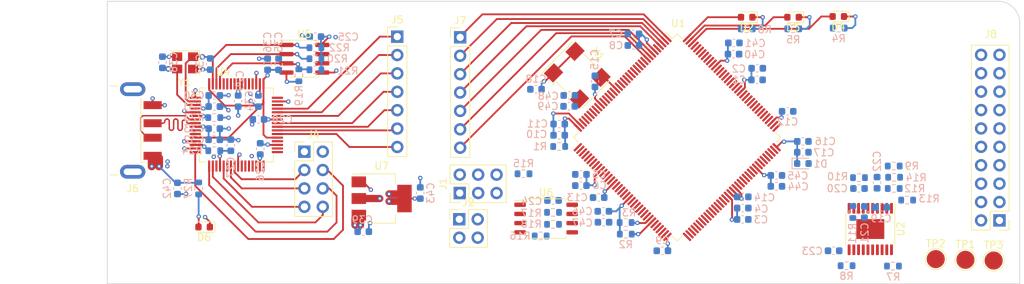
<source format=kicad_pcb>
(kicad_pcb (version 20221018) (generator pcbnew)
  (layers (0 "F.Cu" signal) (1 "In1.Cu" signal) (2 "In2.Cu" signal) (31 "B.Cu" signal) (34 "B.Paste" user) (35 "F.Paste" user) (36 "B.SilkS" user "B.Silkscreen") (37 "F.SilkS" user "F.Silkscreen") (38 "B.Mask" user) (39 "F.Mask" user) (44 "Edge.Cuts" user))
  (net 0 "")
  (net 1 "+3.3V")
  (net 2 "GND")
  (net 3 "Net-(U1E-VCCPLL)")
  (net 4 "GNDD")
  (net 5 "+1V2")
  (net 6 "Net-(D1-K)")
  (net 7 "Net-(C19-Pad1)")
  (net 8 "Net-(U2-BYP1)")
  (net 9 "Net-(U2-ADJ2)")
  (net 10 "Net-(U2-BYP2)")
  (net 11 "Net-(D6-A)")
  (net 12 "+3.3VP")
  (net 13 "+1V8")
  (net 14 "Net-(U4-OSCI)")
  (net 15 "Net-(U4-OSCO)")
  (net 16 "VBUS")
  (net 17 "Net-(D2-K)")
  (net 18 "Net-(D2-A)")
  (net 19 "Net-(D3-K)")
  (net 20 "Net-(D3-A)")
  (net 21 "Net-(D4-K)")
  (net 22 "Net-(D4-A)")
  (net 23 "/ICE_CREST")
  (net 24 "/ICE_CDONE")
  (net 25 "/MISO")
  (net 26 "/MOSI")
  (net 27 "/SCL")
  (net 28 "/SS")
  (net 29 "/ftdi/CTS")
  (net 30 "/ftdi/DTR")
  (net 31 "/ftdi/DSR")
  (net 32 "/ftdi/DCD")
  (net 33 "/ftdi/RX")
  (net 34 "/ftdi/TX")
  (net 35 "/ftdi/RTS")
  (net 36 "/ftdi/ICE_SS")
  (net 37 "/ftdi/ICE_CLK")
  (net 38 "/ftdi/ICE_MOSI")
  (net 39 "/ftdi/ICE_MISO")
  (net 40 "/ftdi/ICE_CDONE")
  (net 41 "/ftdi/ICE_CREST")
  (net 42 "/fpga/FTDI_RTS")
  (net 43 "/fpga/FTDI_TX")
  (net 44 "/fpga/FTDI_RX")
  (net 45 "/fpga/FTDI_DCD")
  (net 46 "/fpga/FTDI_DSR")
  (net 47 "/fpga/FTDI_DTR")
  (net 48 "/fpga/FTDI_CTS")
  (net 49 "/fpga/PIO1")
  (net 50 "/fpga/PIO2")
  (net 51 "/fpga/PIO3")
  (net 52 "/fpga/PIO4")
  (net 53 "/fpga/PIO5")
  (net 54 "/fpga/PIO6")
  (net 55 "/fpga/PIO7")
  (net 56 "/fpga/PIO8")
  (net 57 "/fpga/PIO9")
  (net 58 "/fpga/PIO10")
  (net 59 "/fpga/PIO11")
  (net 60 "/fpga/PIO12")
  (net 61 "/fpga/PIO13")
  (net 62 "/fpga/PIO14")
  (net 63 "/fpga/PIO15")
  (net 64 "/fpga/PIO16")
  (net 65 "/fpga/PIO17")
  (net 66 "/fpga/PIO18")
  (net 67 "/fpga/PIO19")
  (net 68 "/fpga/PIO20")
  (net 69 "Net-(U2-PWRGD1)")
  (net 70 "Net-(U2-PWRGD2)")
  (net 71 "Net-(U2-ADJ1)")
  (net 72 "Net-(U6-IO2)")
  (net 73 "Net-(U6-IO3)")
  (net 74 "Net-(U5-DO)")
  (net 75 "Net-(U4-EEDATA)")
  (net 76 "Net-(U4-EECLK)")
  (net 77 "/ftdi/CS_FTDI")
  (net 78 "Net-(U4-REF)")
  (net 79 "Net-(U4-~{RESET})")
  (net 89 "/ICE_CLK")
  (net 186 "GND1")
  (net 187 "+5V")
  (net 188 "/usb/-")
  (net 189 "/usb/+")
  (footprint "Connector_PinHeader_2.54mm:PinHeader_1x07_P2.54mm_Vertical" (layer "F.Cu") (at 114.725 87.98)
    (fp_text reference "J7")
    (fp_text value "Conn_01x07")
  )
  (footprint "Package_TO_SOT_SMD:SOT-223-3_TabPin2" (layer "F.Cu") (at 103.886 110.236)
    (fp_text reference "U7")
    (fp_text value "LD1117S33TR_SOT223")
  )
  (footprint "Package_QFP:LQFP-64_10x10mm_P0.5mm" (layer "F.Cu") (at 83.82 100.076)
    (fp_text reference "U4")
    (fp_text value "FT2232HL")
  )
  (footprint "LED_SMD:LED_0603_1608Metric" (layer "F.Cu") (at 154.3 85.2 180)
    (fp_text reference "D2")
    (fp_text value "LED_Small")
  )
  (footprint "TestPoint:TestPoint_Pad_D2.5mm" (layer "F.Cu") (at 188.4 118.8)
    (fp_text reference "TP3")
    (fp_text value "TestPoint")
  )
  (footprint "TestPoint:TestPoint_Pad_D2.5mm" (layer "F.Cu") (at 184.5 118.7)
    (fp_text reference "TP1")
    (fp_text value "TestPoint")
  )
  (footprint "LED_SMD:LED_0603_1608Metric" (layer "F.Cu") (at 160.7 85.2 180)
    (fp_text reference "D3")
    (fp_text value "LED_Small")
  )
  (footprint "Package_SO:SOIC-8_5.23x5.23mm_P1.27mm" (layer "F.Cu") (at 126.6 113)
    (fp_text reference "U6")
    (fp_text value "W25Q128JVS")
  )
  (footprint "Package_QFP:TQFP-144_20x20mm_P0.5mm" (layer "F.Cu") (at 144.7 101.8 -45)
    (fp_text reference "U1")
    (fp_text value "ICE40HX1K-TQ144")
  )
  (footprint "LED_SMD:LED_0603_1608Metric" (layer "F.Cu") (at 79.375 114.173 180)
    (fp_text reference "D6")
    (fp_text value "LED_Small")
  )
  (footprint "Connector_PinHeader_2.54mm:PinHeader_1x07_P2.54mm_Vertical" (layer "F.Cu") (at 106.045 87.879)
    (fp_text reference "J5")
    (fp_text value "Conn_01x07")
  )
  (footprint "Connector_PinHeader_2.54mm:PinHeader_2x03_P2.54mm_Vertical" (layer "F.Cu") (at 114.675 109.475 90)
    (fp_text reference "J1")
    (fp_text value "Conn_01x06")
  )
  (footprint "Crystal:Crystal_SMD_3225-4Pin_3.2x2.5mm" (layer "F.Cu") (at 76.75 91.5 180)
    (fp_text reference "Y1")
    (fp_text value "Crystal_GND24_Small")
  )
  (footprint "LED_SMD:LED_0603_1608Metric" (layer "F.Cu") (at 166.95 85.1 180)
    (fp_text reference "D4")
    (fp_text value "LED_Small")
  )
  (footprint "Package_SO:HTSSOP-20-1EP_4.4x6.5mm_P0.65mm_EP2.74x3.86mm" (layer "F.Cu") (at 171.365 114.45 -90)
    (fp_text reference "U2")
    (fp_text value "~")
  )
  (footprint "Oscillator:Oscillator_SMD_SeikoEpson_SG8002CA-4Pin_7.0x5.0mm" (layer "F.Cu") (at 130.9 93.2 -45)
    (fp_text reference "X1")
    (fp_text value "SG-7050CAN")
  )
  (footprint "Connector_PinHeader_2.54mm:PinHeader_2x04_P2.54mm_Vertical" (layer "F.Cu") (at 93.218 103.759)
    (fp_text reference "J4")
    (fp_text value "Conn_01x08")
  )
  (footprint "Connector_PinHeader_2.54mm:PinHeader_2x10_P2.54mm_Vertical" (layer "F.Cu") (at 189.2 113.26 180)
    (fp_text reference "J8")
    (fp_text value "Conn_01x20")
  )
  (footprint "TestPoint:TestPoint_Pad_D2.5mm" (layer "F.Cu") (at 180.4 118.6)
    (fp_text reference "TP2")
    (fp_text value "TestPoint")
  )
  (footprint "Connector_USB:USB_A_CNCTech_1001-011-01101_Horizontal" (layer "F.Cu") (at 62.611 100.838 180)
    (fp_text reference "J6")
    (fp_text value "USB_A")
  )
  (footprint "Connector_PinHeader_2.54mm:PinHeader_2x02_P2.54mm_Vertical" (layer "F.Cu") (at 114.61 113.1)
    (fp_text reference "J2")
    (fp_text value "Conn_02x02_Counter_Clockwise")
  )
  (footprint "Package_SO:SOIC-8_3.9x4.9mm_P1.27mm" (layer "F.Cu") (at 93.218 90.932)
    (fp_text reference "U5")
    (fp_text value "93LCxxA")
  )
  (footprint "Capacitor_SMD:C_0603_1608Metric" (layer "B.Cu") (at 158.4 108.55)
    (fp_text reference "C44")
    (fp_text value "0.1µF")
  )
  (footprint "Capacitor_SMD:C_0603_1608Metric" (layer "B.Cu") (at 89.662 91.694 90)
    (fp_text reference "C35")
    (fp_text value "10µF")
  )
  (footprint "Capacitor_SMD:C_0603_1608Metric" (layer "B.Cu") (at 155.75 92.25)
    (fp_text reference "C2")
    (fp_text value "10µF")
  )
  (footprint "Capacitor_SMD:C_0603_1608Metric" (layer "B.Cu") (at 169.8 108.85 180)
    (fp_text reference "C20")
    (fp_text value "0.01µF")
  )
  (footprint "Resistor_SMD:R_0603_1608Metric" (layer "B.Cu") (at 176.45 110.45)
    (fp_text reference "R13")
    (fp_text value "210k")
  )
  (footprint "Capacitor_SMD:C_0603_1608Metric" (layer "B.Cu") (at 162.05 103.85)
    (fp_text reference "C17")
    (fp_text value "1µF")
  )
  (footprint "Capacitor_SMD:C_0603_1608Metric" (layer "B.Cu") (at 80.222 91.666 -90)
    (fp_text reference "C37")
    (fp_text value "18pF")
  )
  (footprint "Capacitor_SMD:C_0603_1608Metric" (layer "B.Cu") (at 138.65 87.5 180)
    (fp_text reference "C7")
    (fp_text value "0.1µF")
  )
  (footprint "Resistor_SMD:R_0603_1608Metric" (layer "B.Cu") (at 94.742 89.408 180)
    (fp_text reference "R22")
    (fp_text value "10k")
  )
  (footprint "Capacitor_SMD:C_0603_1608Metric" (layer "B.Cu") (at 80.772 100.584)
    (fp_text reference "C33")
    (fp_text value "0.1µF")
  )
  (footprint "Resistor_SMD:R_0603_1608Metric" (layer "B.Cu") (at 168.95 112.1 -90)
    (fp_text reference "R11")
    (fp_text value "100")
  )
  (footprint "Resistor_SMD:R_0603_1608Metric" (layer "B.Cu") (at 94.742 90.932 180)
    (fp_text reference "R20")
    (fp_text value "10k")
  )
  (footprint "Resistor_SMD:R_0603_1608Metric" (layer "B.Cu") (at 154.3 86.8 180)
    (fp_text reference "R6")
    (fp_text value "500")
  )
  (footprint "Resistor_SMD:R_0603_1608Metric" (layer "B.Cu") (at 167 86.7 180)
    (fp_text reference "R4")
    (fp_text value "500")
  )
  (footprint "Resistor_SMD:R_0603_1608Metric" (layer "B.Cu") (at 94.742 92.456 180)
    (fp_text reference "R21")
    (fp_text value "10k")
  )
  (footprint "Resistor_SMD:R_0603_1608Metric" (layer "B.Cu") (at 123.475 106.82 180)
    (fp_text reference "R15")
    (fp_text value "10k")
  )
  (footprint "Capacitor_SMD:C_0603_1608Metric" (layer "B.Cu") (at 153.75 110)
    (fp_text reference "C14")
    (fp_text value "0.1µF")
  )
  (footprint "Resistor_SMD:R_0603_1608Metric" (layer "B.Cu") (at 174.49 119.5625 180)
    (fp_text reference "R7")
    (fp_text value "1M")
  )
  (footprint "Resistor_SMD:R_0603_1608Metric" (layer "B.Cu") (at 125.85 115.4 180)
    (fp_text reference "R16")
    (fp_text value "10k")
  )
  (footprint "Capacitor_SMD:C_0603_1608Metric" (layer "B.Cu") (at 128.4 99.95 180)
    (fp_text reference "C11")
    (fp_text value "10µF")
  )
  (footprint "Capacitor_SMD:C_0603_1608Metric" (layer "B.Cu") (at 131.4 106.9 180)
    (fp_text reference "C5")
    (fp_text value "0.1µF")
  )
  (footprint "Capacitor_SMD:C_0603_1608Metric" (layer "B.Cu") (at 152.525 88.75)
    (fp_text reference "C41")
    (fp_text value "10µF")
  )
  (footprint "Capacitor_SMD:C_0603_1608Metric" (layer "B.Cu") (at 162.05 102.35)
    (fp_text reference "C16")
    (fp_text value "0.1µF")
  )
  (footprint "Capacitor_SMD:C_0603_1608Metric" (layer "B.Cu") (at 133.35 94.05 90)
    (fp_text reference "C15")
    (fp_text value "0.1µF")
  )
  (footprint "Capacitor_SMD:C_0603_1608Metric" (layer "B.Cu") (at 129.8 96 180)
    (fp_text reference "C48")
    (fp_text value "0.1µF")
  )
  (footprint "Resistor_SMD:R_0603_1608Metric" (layer "B.Cu") (at 168.09 119.5125)
    (fp_text reference "R8")
    (fp_text value "1M")
  )
  (footprint "Resistor_SMD:R_0603_1608Metric" (layer "B.Cu") (at 128.4 103.05)
    (fp_text reference "R1")
    (fp_text value "100")
  )
  (footprint "Resistor_SMD:R_0603_1608Metric" (layer "B.Cu") (at 127.55 113.8)
    (fp_text reference "R18")
    (fp_text value "10k")
  )
  (footprint "Resistor_SMD:R_0603_1608Metric" (layer "B.Cu") (at 137.6 115.15)
    (fp_text reference "R2")
    (fp_text value "10k")
  )
  (footprint "Capacitor_SMD:C_0603_1608Metric" (layer "B.Cu") (at 138.65 89.1 180)
    (fp_text reference "C8")
    (fp_text value "10µF")
  )
  (footprint "Capacitor_SMD:C_0603_1608Metric" (layer "B.Cu") (at 86.868 99.314 180)
    (fp_text reference "C28")
    (fp_text value "0.1µF")
  )
  (footprint "Capacitor_SMD:C_0603_1608Metric" (layer "B.Cu") (at 127.55 110.5 180)
    (fp_text reference "C24")
    (fp_text value "0.1µF")
  )
  (footprint "Resistor_SMD:R_0603_1608Metric" (layer "B.Cu") (at 80.772 99.06 180)
    (fp_text reference "R23")
    (fp_text value "12k")
  )
  (footprint "Resistor_SMD:R_0603_1608Metric" (layer "B.Cu") (at 174.65 107.3 180)
    (fp_text reference "R14")
    (fp_text value "100")
  )
  (footprint "Resistor_SMD:R_0603_1608Metric" (layer "B.Cu") (at 160.725 86.8 180)
    (fp_text reference "R5")
    (fp_text value "500")
  )
  (footprint "Capacitor_SMD:C_0603_1608Metric" (layer "B.Cu") (at 129.775 97.5 180)
    (fp_text reference "C49")
    (fp_text value "10µF")
  )
  (footprint "Capacitor_SMD:C_0603_1608Metric" (layer "B.Cu") (at 125.2 95.15 180)
    (fp_text reference "C18")
    (fp_text value "0.1µF")
  )
  (footprint "Resistor_SMD:R_0603_1608Metric" (layer "B.Cu") (at 80.772 103.632)
    (fp_text reference "R24")
    (fp_text value "2.2k")
  )
  (footprint "Capacitor_SMD:C_0603_1608Metric" (layer "B.Cu") (at 83.058 102.87 90)
    (fp_text reference "C27")
    (fp_text value "0.1µF")
  )
  (footprint "Capacitor_SMD:C_0603_1608Metric" (layer "B.Cu") (at 128.4 101.5 180)
    (fp_text reference "C10")
    (fp_text value "0.1µF")
  )
  (footprint "Capacitor_SMD:C_0603_1608Metric" (layer "B.Cu") (at 159.95 98.2)
    (fp_text reference "C12")
    (fp_text value "0.1µF")
  )
  (footprint "Capacitor_SMD:C_0603_1608Metric" (layer "B.Cu") (at 153.748008 113.12305)
    (fp_text reference "C3")
    (fp_text value "0.1µF")
  )
  (footprint "Capacitor_SMD:C_0603_1608Metric" (layer "B.Cu") (at 109.22 109.474 90)
    (fp_text reference "C43")
    (fp_text value "10µF")
  )
  (footprint "Resistor_SMD:R_0603_1608Metric" (layer "B.Cu") (at 169.8 107.35 180)
    (fp_text reference "R10")
    (fp_text value "0.1")
  )
  (footprint "Capacitor_SMD:C_0603_1608Metric" (layer "B.Cu") (at 166.3 117.45 180)
    (fp_text reference "C23")
    (fp_text value "10µF")
  )
  (footprint "Resistor_SMD:R_0603_1608Metric" (layer "B.Cu") (at 92.456 93.218 90)
    (fp_text reference "R19")
    (fp_text value "2.2k")
  )
  (footprint "Capacitor_SMD:C_0603_1608Metric" (layer "B.Cu") (at 80.772 102.108)
    (fp_text reference "C32")
    (fp_text value "4.7µF")
  )
  (footprint "Capacitor_SMD:C_0603_1608Metric" (layer "B.Cu") (at 84.074 96.774 -90)
    (fp_text reference "C29")
    (fp_text value "0.1µF")
  )
  (footprint "Capacitor_SMD:C_0603_1608Metric" (layer "B.Cu") (at 155.725 93.85)
    (fp_text reference "C1")
    (fp_text value "0.1µF")
  )
  (footprint "Capacitor_SMD:C_0603_1608Metric" (layer "B.Cu") (at 94.742 87.884 180)
    (fp_text reference "C25")
    (fp_text value "0.1µF")
  )
  (footprint "Resistor_SMD:R_0603_1608Metric" (layer "B.Cu") (at 78.613 108.839 -90)
    (fp_text reference "R27")
    (fp_text value "500")
  )
  (footprint "Resistor_SMD:R_0603_1608Metric" (layer "B.Cu") (at 174.6 105.75)
    (fp_text reference "R9")
    (fp_text value "0.1")
  )
  (footprint "Capacitor_SMD:C_0603_1608Metric" (layer "B.Cu") (at 75.692 108.839 -90)
    (fp_text reference "C42")
    (fp_text value "0.1µF")
  )
  (footprint "Capacitor_SMD:C_0603_1608Metric" (layer "B.Cu") (at 134.5 112 180)
    (fp_text reference "C46")
    (fp_text value "0.1µF")
  )
  (footprint "Capacitor_SMD:C_0603_1608Metric" (layer "B.Cu") (at 172.3 108.05 90)
    (fp_text reference "C22")
    (fp_text value "10µF")
  )
  (footprint "Capacitor_SMD:C_0603_1608Metric" (layer "B.Cu") (at 87.122 103.378 90)
    (fp_text reference "C26")
    (fp_text value "0.1µF")
  )
  (footprint "Capacitor_SMD:C_0603_1608Metric" (layer "B.Cu") (at 170.55 112.1 -90)
    (fp_text reference "C21")
    (fp_text value "4.7µF")
  )
  (footprint "Resistor_SMD:R_0603_1608Metric" (layer "B.Cu") (at 127.55 112.15)
    (fp_text reference "R17")
    (fp_text value "10k")
  )
  (footprint "Capacitor_SMD:C_0603_1608Metric" (layer "B.Cu") (at 73.618 91.425 90)
    (fp_text reference "C38")
    (fp_text value "18pF")
  )
  (footprint "Capacitor_SMD:C_0603_1608Metric" (layer "B.Cu") (at 80.772 96.012)
    (fp_text reference "C30")
    (fp_text value "4.7µF")
  )
  (footprint "Capacitor_SMD:C_0603_1608Metric" (layer "B.Cu") (at 153.75 111.55)
    (fp_text reference "C4")
    (fp_text value "10µF")
  )
  (footprint "Capacitor_SMD:C_0603_1608Metric" (layer "B.Cu") (at 142.65 117.45 180)
    (fp_text reference "C9")
    (fp_text value "0.1µF")
  )
  (footprint "Capacitor_SMD:C_0603_1608Metric" (layer "B.Cu") (at 134.525 113.51 180)
    (fp_text reference "C47")
    (fp_text value "10µF")
  )
  (footprint "Capacitor_SMD:C_0603_1608Metric" (layer "B.Cu") (at 88.138 91.694 90)
    (fp_text reference "C36")
    (fp_text value "0.1µF")
  )
  (footprint "Capacitor_SMD:C_0603_1608Metric" (layer "B.Cu") (at 101.346 114.808)
    (fp_text reference "C39")
    (fp_text value "0.1µF")
  )
  (footprint "Capacitor_SMD:C_0603_1608Metric" (layer "B.Cu") (at 158.4 107.05)
    (fp_text reference "C45")
    (fp_text value "10µF")
  )
  (footprint "Capacitor_SMD:C_0603_1608Metric" (layer "B.Cu") (at 152.475 90.3)
    (fp_text reference "C40")
    (fp_text value "0.1µF")
  )
  (footprint "Capacitor_SMD:C_0603_1608Metric" (layer "B.Cu") (at 133.85 110.1 180)
    (fp_text reference "C13")
    (fp_text value "0.1µF")
  )
  (footprint "Capacitor_SMD:C_0603_1608Metric" (layer "B.Cu") (at 131.4 108.45 180)
    (fp_text reference "C6")
    (fp_text value "10µF")
  )
  (footprint "Diode_SMD:D_0603_1608Metric" (layer "B.Cu") (at 162.05 105.4)
    (fp_text reference "D1")
    (fp_text value "CDBU0520")
  )
  (footprint "Resistor_SMD:R_0603_1608Metric" (layer "B.Cu") (at 174.6 108.85)
    (fp_text reference "R12")
    (fp_text value "357k")
  )
  (footprint "Resistor_SMD:R_0603_1608Metric" (layer "B.Cu") (at 137.575 113.55 180)
    (fp_text reference "R3")
    (fp_text value "10k")
  )
  (footprint "Capacitor_SMD:C_0603_1608Metric" (layer "B.Cu") (at 80.772 97.536)
    (fp_text reference "C31")
    (fp_text value "0.1µF")
  )
  (footprint "Capacitor_SMD:C_0603_1608Metric" (layer "B.Cu") (at 172.85 111.45)
    (fp_text reference "C19")
    (fp_text value "0.01µF")
  )
  (footprint "Capacitor_SMD:C_0603_1608Metric" (layer "B.Cu") (at 86.868 96.774 -90)
    (fp_text reference "C34")
    (fp_text value "0.1µF")
  )
  (gr_line (start 66 83) (end 66 118) (stroke (width 0.1)) (layer "Edge.Cuts"))
  (gr_line (start 192 122) (end 66 122) (stroke (width 0.1)) (layer "Edge.Cuts"))
  (gr_arc (start 189 83) (mid 191.12132 83.87868) (end 192 86) (stroke (width 0.1)) (layer "Edge.Cuts"))
  (gr_line (start 66 118) (end 66 119) (stroke (width 0.1)) (layer "Edge.Cuts"))
  (gr_line (start 66 122) (end 66 119) (stroke (width 0.1)) (layer "Edge.Cuts"))
  (gr_line (start 192 86) (end 192 122) (stroke (width 0.1)) (layer "Edge.Cuts"))
  (gr_line (start 189 83) (end 66 83) (stroke (width 0.1)) (layer "Edge.Cuts"))
  (segment (start 152.277134 110.437794) (end 151.709196 109.869856) (width 0.25) (layer "F.Cu") (net 1))
  (segment (start 149.941429 91.962377) (end 150.703806 91.2) (width 0.25) (layer "F.Cu") (net 1))
  (segment (start 150.703806 91.2) (end 151.6 91.2) (width 0.25) (layer "F.Cu") (net 1))
  (segment (start 155.598283 105.980769) (end 156.617514 107) (width 0.25) (layer "F.Cu") (net 1))
  (segment (start 133.3 107.189592) (end 133.3 108.4) (width 0.25) (layer "F.Cu") (net 1))
  (segment (start 126.457898 94.05) (end 127.619025 92.888873) (width 0.25) (layer "F.Cu") (net 1))
  (segment (start 154.044901 94.929973) (end 154.044901 93.944901) (width 0.25) (layer "F.Cu") (net 1))
  (segment (start 156.617514 107) (end 156.7 107) (width 0.25) (layer "F.Cu") (net 1))
  (segment (start 152.277134 113.122866) (end 152.277134 110.437794) (width 0.25) (layer "F.Cu") (net 1))
  (segment (start 138.044357 110.22341) (end 137.033884 111.233884) (width 0.25) (layer "F.Cu") (net 1))
  (segment (start 154.044901 93.944901) (end 153.95 93.85) (width 0.25) (layer "F.Cu") (net 1))
  (segment (start 143.347658 116.397658) (end 143.4 116.45) (width 0.25) (layer "F.Cu") (net 1))
  (segment (start 137.033884 111.233884) (end 136.75 111.517767) (width 0.25) (layer "F.Cu") (net 1))
  (segment (start 153.476963 95.497911) (end 154.044901 94.929973) (width 0.25) (layer "F.Cu") (net 1))
  (segment (start 140.5 88.761166) (end 140.5 88.3) (width 0.25) (layer "F.Cu") (net 1))
  (segment (start 126.3 94.05) (end 126.457898 94.05) (width 0.25) (layer "F.Cu") (net 1))
  (segment (start 134.15527 106.334322) (end 133.3 107.189592) (width 0.25) (layer "F.Cu") (net 1))
  (segment (start 130.588873 89.919025) (end 127.619025 92.888873) (width 0.25) (layer "F.Cu") (net 1))
  (segment (start 152.25 113.15) (end 152.277134 113.122866) (width 0.25) (layer "F.Cu") (net 1))
  (segment (start 141.579891 89.841057) (end 140.5 88.761166) (width 0.25) (layer "F.Cu") (net 1))
  (segment (start 143.347658 115.52671) (end 143.347658 116.397658) (width 0.25) (layer "F.Cu") (net 1))
  (via (at 152.25 113.15) (size 0.6) (drill 0.3) (layers "F.Cu" "B.Cu") (net 1))
  (via (at 151.6 91.2) (size 0.6) (drill 0.3) (layers "F.Cu" "B.Cu") (net 1))
  (via (at 133.3 108.4) (size 0.6) (drill 0.3) (layers "F.Cu" "B.Cu") (net 1))
  (via (at 156.7 107) (size 0.6) (drill 0.3) (layers "F.Cu" "B.Cu") (net 1))
  (via (at 153.95 93.85) (size 0.6) (drill 0.3) (layers "F.Cu" "B.Cu") (net 1))
  (via (at 143.4 116.45) (size 0.6) (drill 0.3) (layers "F.Cu" "B.Cu") (net 1))
  (via (at 137.033884 111.233884) (size 0.6) (drill 0.3) (layers "F.Cu" "B.Cu") (net 1))
  (via (at 126.3 94.05) (size 0.6) (drill 0.3) (layers "F.Cu" "B.Cu") (net 1))
  (via (at 140.5 88.3) (size 0.6) (drill 0.3) (layers "F.Cu" "B.Cu") (net 1))
  (segment (start 151.6 90.4) (end 151.7 90.3) (width 0.25) (layer "B.Cu") (net 1))
  (segment (start 152.946058 113.15) (end 152.973008 113.12305) (width 0.25) (layer "B.Cu") (net 1))
  (segment (start 152.973008 113.12305) (end 152.973008 111.551992) (width 0.25) (layer "B.Cu") (net 1))
  (segment (start 139.425 89.1) (end 139.425 87.5) (width 0.25) (layer "B.Cu") (net 1))
  (segment (start 154.95 92.275) (end 154.975 92.25) (width 0.25) (layer "B.Cu") (net 1))
  (segment (start 125.975 94.375) (end 126.3 94.05) (width 0.25) (layer "B.Cu") (net 1))
  (segment (start 151.6 91.2) (end 151.6 90.4) (width 0.25) (layer "B.Cu") (net 1))
  (segment (start 125.975 95.15) (end 125.975 94.375) (width 0.25) (layer "B.Cu") (net 1))
  (segment (start 139.75 87.5) (end 139.425 87.5) (width 0.25) (layer "B.Cu") (net 1))
  (segment (start 132.225 108.4) (end 132.175 108.45) (width 0.25) (layer "B.Cu") (net 1))
  (segment (start 143.4 116.45) (end 143.4 117.425) (width 0.25) (layer "B.Cu") (net 1))
  (segment (start 133.3 108.4) (end 132.225 108.4) (width 0.25) (layer "B.Cu") (net 1))
  (segment (start 136.775 113.575) (end 136.75 113.55) (width 0.25) (layer "B.Cu") (net 1))
  (segment (start 132.175 108.45) (end 132.175 106.9) (width 0.25) (layer "B.Cu") (net 1))
  (segment (start 157.625 107.05) (end 157.625 108.55) (width 0.25) (layer "B.Cu") (net 1))
  (segment (start 157.575 107) (end 157.625 107.05) (width 0.25) (layer "B.Cu") (net 1))
  (segment (start 153.95 93.85) (end 154.95 93.85) (width 0.25) (layer "B.Cu") (net 1))
  (segment (start 136.75 111.517768) (end 137.033884 111.233884) (width 0.25) (layer "B.Cu") (net 1))
  (segment (start 136.75 113.55) (end 136.75 111.517768) (width 0.25) (layer "B.Cu") (net 1))
  (segment (start 135.275 112) (end 136.267768 112) (width 0.25) (layer "B.Cu") (net 1))
  (segment (start 152.973008 111.551992) (end 152.975 111.55) (width 0.25) (layer "B.Cu") (net 1))
  (segment (start 136.267768 112) (end 137.033884 111.233884) (width 0.25) (layer "B.Cu") (net 1))
  (segment (start 152.25 113.15) (end 152.946058 113.15) (width 0.25) (layer "B.Cu") (net 1))
  (segment (start 140.5 88.25) (end 139.75 87.5) (width 0.25) (layer "B.Cu") (net 1))
  (segment (start 151.7 88.8) (end 151.75 88.75) (width 0.25) (layer "B.Cu") (net 1))
  (segment (start 156.7 107) (end 157.575 107) (width 0.25) (layer "B.Cu") (net 1))
  (segment (start 143.4 117.425) (end 143.425 117.45) (width 0.25) (layer "B.Cu") (net 1))
  (segment (start 136.775 115.15) (end 136.775 113.575) (width 0.25) (layer "B.Cu") (net 1))
  (segment (start 154.95 93.85) (end 154.95 92.275) (width 0.25) (layer "B.Cu") (net 1))
  (segment (start 151.7 90.3) (end 151.7 88.8) (width 0.25) (layer "B.Cu") (net 1))
  (segment (start 140.5 88.3) (end 140.5 88.25) (width 0.25) (layer "B.Cu") (net 1))
  (segment (start 129.75 99.2) (end 129.2 99.2) (width 0.25) (layer "F.Cu") (net 3))
  (segment (start 130.97329 100.447658) (end 130.97329 100.42329) (width 0.25) (layer "F.Cu") (net 3))
  (segment (start 130.97329 100.42329) (end 129.75 99.2) (width 0.25) (layer "F.Cu") (net 3))
  (via (at 129.2 99.2) (size 0.6) (drill 0.3) (layers "F.Cu" "B.Cu") (net 3))
  (segment (start 129.225 103.05) (end 129.225 101.55) (width 0.25) (layer "B.Cu") (net 3))
  (segment (start 129.2 99.925) (end 129.175 99.95) (width 0.25) (layer "B.Cu") (net 3))
  (segment (start 129.2 99.2) (end 129.2 99.925) (width 0.25) (layer "B.Cu") (net 3))
  (segment (start 129.225 101.55) (end 129.175 101.5) (width 0.25) (layer "B.Cu") (net 3))
  (segment (start 129.175 101.5) (end 129.175 99.95) (width 0.25) (layer "B.Cu") (net 3))
  (segment (start 129.732738 98.5) (end 127.6 98.5) (width 0.25) (layer "F.Cu") (net 4))
  (segment (start 131.326843 100.094105) (end 129.732738 98.5) (width 0.25) (layer "F.Cu") (net 4))
  (via (at 127.6 98.5) (size 0.6) (drill 0.3) (layers "F.Cu" "B.Cu") (net 4))
  (segment (start 127.625 99.95) (end 127.625 101.5) (width 0.25) (layer "B.Cu") (net 4))
  (segment (start 127.6 99.925) (end 127.625 99.95) (width 0.25) (layer "B.Cu") (net 4))
  (segment (start 127.6 98.5) (end 127.6 99.925) (width 0.25) (layer "B.Cu") (net 4))
  (segment (start 134.775126 109.25) (end 134.7 109.25) (width 0.25) (layer "F.Cu") (net 5))
  (segment (start 134.15527 97.265678) (end 133.35 96.460408) (width 0.25) (layer "F.Cu") (net 5))
  (segment (start 152.769856 108.809196) (end 153.5755 109.61484) (width 0.25) (layer "F.Cu") (net 5))
  (segment (start 133.35 96.460408) (end 133.35 95.85) (width 0.25) (layer "F.Cu") (net 5))
  (segment (start 135.923037 108.102089) (end 134.775126 109.25) (width 0.25) (layer "F.Cu") (net 5))
  (segment (start 157.719604 99.740551) (end 158.410155 99.05) (width 0.25) (layer "F.Cu") (net 5))
  (segment (start 158.410155 99.05) (end 159.1 99.05) (width 0.25) (layer "F.Cu") (net 5))
  (segment (start 153.5755 109.61484) (end 153.5755 110.25) (width 0.25) (layer "F.Cu") (net 5))
  (via (at 134.7 109.25) (size 0.6) (drill 0.3) (layers "F.Cu" "B.Cu") (net 5))
  (via (at 159.1 99.05) (size 0.6) (drill 0.3) (layers "F.Cu" "B.Cu") (net 5))
  (via (at 133.35 95.85) (size 0.6) (drill 0.3) (layers "F.Cu" "B.Cu") (net 5))
  (via (at 153.5755 110.25) (size 0.6) (drill 0.3) (layers "F.Cu" "B.Cu") (net 5))
  (segment (start 159.1 99.05) (end 159.1 98.275) (width 0.25) (layer "B.Cu") (net 5))
  (segment (start 133.35 94.825) (end 133.35 95.85) (width 0.25) (layer "B.Cu") (net 5))
  (segment (start 134.7 110.025) (end 134.625 110.1) (width 0.25) (layer "B.Cu") (net 5))
  (segment (start 159.1 98.275) (end 159.175 98.2) (width 0.25) (layer "B.Cu") (net 5))
  (segment (start 153.5755 110.25) (end 153.225 110.25) (width 0.25) (layer "B.Cu") (net 5))
  (segment (start 153.225 110.25) (end 152.975 110) (width 0.25) (layer "B.Cu") (net 5))
  (segment (start 134.7 109.25) (end 134.7 110.025) (width 0.25) (layer "B.Cu") (net 5))
  (segment (start 159.45 102.4) (end 159.179052 102.4) (width 0.25) (layer "F.Cu") (net 6))
  (segment (start 159.179052 102.4) (end 158.42671 103.152342) (width 0.25) (layer "F.Cu") (net 6))
  (via (at 159.45 102.4) (size 0.6) (drill 0.3) (layers "F.Cu" "B.Cu") (net 6))
  (segment (start 161.2625 105.4) (end 161.2625 103.8625) (width 0.25) (layer "B.Cu") (net 6))
  (segment (start 161.275 103.85) (end 161.275 102.35) (width 0.25) (layer "B.Cu") (net 6))
  (segment (start 159.45 102.4) (end 159.5 102.35) (width 0.25) (layer "B.Cu") (net 6))
  (segment (start 161.2625 103.8625) (end 161.275 103.85) (width 0.25) (layer "B.Cu") (net 6))
  (segment (start 159.5 102.35) (end 161.275 102.35) (width 0.25) (layer "B.Cu") (net 6))
  (segment (start 78.625 114.1355) (end 78.5875 114.173) (width 0.25) (layer "F.Cu") (net 11))
  (segment (start 78.625 112.725) (end 78.625 114.1355) (width 0.25) (layer "F.Cu") (net 11))
  (via (at 78.625 112.725) (size 0.6) (drill 0.3) (layers "F.Cu" "B.Cu") (net 11))
  (segment (start 78.613 109.664) (end 78.613 112.713) (width 0.25) (layer "B.Cu") (net 11))
  (segment (start 78.613 112.713) (end 78.625 112.725) (width 0.25) (layer "B.Cu") (net 11))
  (segment (start 100.736 110.236) (end 101.219 110.236) (width 0.25) (layer "F.Cu") (net 12))
  (segment (start 81.57 104.43) (end 81.534 104.394) (width 0.25) (layer "F.Cu") (net 12))
  (segment (start 87.07 105.751) (end 87.07 104.665047) (width 0.25) (layer "F.Cu") (net 12))
  (segment (start 79.232339 97.826) (end 79.258349 97.79999) (width 0.25) (layer "F.Cu") (net 12))
  (segment (start 81.57 105.751) (end 81.57 104.43) (width 0.25) (layer "F.Cu") (net 12))
  (segment (start 84.07 95.487372) (end 84.070088 95.48746) (width 0.25) (layer "F.Cu") (net 12))
  (segment (start 78.145 100.326) (end 79.244 100.326) (width 0.25) (layer "F.Cu") (net 12))
  (segment (start 106.426 110.236) (end 107.036 110.236) (width 0.25) (layer "F.Cu") (net 12))
  (segment (start 107.036 110.236) (end 108.458 110.236) (width 0.25) (layer "F.Cu") (net 12))
  (segment (start 106.045 110.617) (end 106.426 110.236) (width 0.25) (layer "F.Cu") (net 12))
  (segment (start 100.736 110.236) (end 100.99 110.49) (width 0.25) (layer "F.Cu") (net 12))
  (segment (start 106.401 109.601) (end 107.036 110.236) (width 0.25) (layer "F.Cu") (net 12))
  (segment (start 87.07 95.407349) (end 87.07 94.401) (width 0.25) (layer "F.Cu") (net 12))
  (segment (start 95.693 88.838) (end 96.647 87.884) (width 0.25) (layer "F.Cu") (net 12))
  (segment (start 84.07 94.401) (end 84.07 95.487372) (width 0.25) (layer "F.Cu") (net 12))
  (segment (start 87.07 104.665047) (end 87.070287 104.66476) (width 0.25) (layer "F.Cu") (net 12))
  (segment (start 79.244 100.326) (end 79.248 100.33) (width 0.25) (layer "F.Cu") (net 12))
  (segment (start 104.902 109.601) (end 106.401 109.601) (width 1) (layer "F.Cu") (net 12))
  (segment (start 100.736 110.236) (end 103.632 110.236) (width 1) (layer "F.Cu") (net 12))
  (segment (start 78.145 97.826) (end 79.232339 97.826) (width 0.25) (layer "F.Cu") (net 12))
  (segment (start 89.495 99.326) (end 88.273565 99.326) (width 0.25) (layer "F.Cu") (net 12))
  (segment (start 86.833735 95.643614) (end 87.07 95.407349) (width 0.25) (layer "F.Cu") (net 12))
  (segment (start 95.693 89.027) (end 95.693 88.838) (width 0.25) (layer "F.Cu") (net 12))
  (segment (start 88.273565 99.326) (end 88.262279 99.314714) (width 0.25) (layer "F.Cu") (net 12))
  (segment (start 104.902 110.617) (end 106.045 110.617) (width 1) (layer "F.Cu") (net 12))
  (via (at 84.070088 95.48746) (size 0.6) (drill 0.3) (layers "F.Cu" "B.Cu") (net 12))
  (via (at 104.902 109.601) (size 0.6) (drill 0.3) (layers "F.Cu" "B.Cu") (net 12))
  (via (at 86.833735 95.643614) (size 0.6) (drill 0.3) (layers "F.Cu" "B.Cu") (net 12))
  (via (at 104.902 110.617) (size 0.6) (drill 0.3) (layers "F.Cu" "B.Cu") (net 12))
  (via (at 88.262279 99.314714) (size 0.6) (drill 0.3) (layers "F.Cu" "B.Cu") (net 12))
  (via (at 87.070287 104.66476) (size 0.6) (drill 0.3) (layers "F.Cu" "B.Cu") (net 12))
  (via (at 81.534 104.394) (size 0.6) (drill 0.3) (layers "F.Cu" "B.Cu") (net 12))
  (via (at 103.632 110.236) (size 0.6) (drill 0.3) (layers "F.Cu" "B.Cu") (net 12))
  (via (at 79.248 100.33) (size 0.6) (drill 0.3) (layers "F.Cu" "B.Cu") (net 12))
  (via (at 79.258349 97.79999) (size 0.6) (drill 0.3) (layers "F.Cu" "B.Cu") (net 12))
  (via (at 96.647 87.884) (size 0.6) (drill 0.3) (layers "F.Cu" "B.Cu") (net 12))
  (via (at 108.458 110.236) (size 0.6) (drill 0.3) (layers "F.Cu" "B.Cu") (net 12))
  (segment (start 81.534 103.695) (end 81.597 103.632) (width 0.25) (layer "B.Cu") (net 12))
  (segment (start 87.070287 104.66476) (end 87.070287 104.204713) (width 0.25) (layer "B.Cu") (net 12))
  (segment (start 95.567 90.932) (end 95.567 92.456) (width 0.25) (layer "B.Cu") (net 12))
  (segment (start 87.643714 99.314714) (end 87.643 99.314) (width 0.25) (layer "B.Cu") (net 12))
  (segment (start 81.534 104.394) (end 81.534 103.695) (width 0.25) (layer "B.Cu") (net 12))
  (segment (start 81.61 103.645) (end 81.597 103.632) (width 0.25) (layer "B.Cu") (net 12))
  (segment (start 95.517 87.884) (end 95.517 89.358) (width 0.25) (layer "B.Cu") (net 12))
  (segment (start 109.207 110.236) (end 109.22 110.249) (width 0.25) (layer "B.Cu") (net 12))
  (segment (start 83.058 103.645) (end 81.61 103.645) (width 0.25) (layer "B.Cu") (net 12))
  (segment (start 79.997 97.536) (end 79.997 96.012) (width 0.25) (layer "B.Cu") (net 12))
  (segment (start 86.833735 95.643614) (end 86.868 95.677879) (width 0.25) (layer "B.Cu") (net 12))
  (segment (start 84.070088 95.48746) (end 84.070088 95.995088) (width 0.25) (layer "B.Cu") (net 12))
  (segment (start 79.73301 97.79999) (end 79.997 97.536) (width 0.25) (layer "B.Cu") (net 12))
  (segment (start 79.258349 97.79999) (end 79.73301 97.79999) (width 0.25) (layer "B.Cu") (net 12))
  (segment (start 108.458 110.236) (end 109.207 110.236) (width 0.25) (layer "B.Cu") (net 12))
  (segment (start 79.997 100.584) (end 79.997 102.108) (width 0.25) (layer "B.Cu") (net 12))
  (segment (start 95.567 89.408) (end 95.567 90.932) (width 0.25) (layer "B.Cu") (net 12))
  (segment (start 84.070088 95.995088) (end 84.074 95.999) (width 0.25) (layer "B.Cu") (net 12))
  (segment (start 79.743 100.33) (end 79.997 100.584) (width 0.25) (layer "B.Cu") (net 12))
  (segment (start 88.262279 99.314714) (end 87.643714 99.314714) (width 0.25) (layer "B.Cu") (net 12))
  (segment (start 87.070287 104.204713) (end 87.122 104.153) (width 0.25) (layer "B.Cu") (net 12))
  (segment (start 95.517 89.358) (end 95.567 89.408) (width 0.25) (layer "B.Cu") (net 12))
  (segment (start 79.248 100.33) (end 79.743 100.33) (width 0.25) (layer "B.Cu") (net 12))
  (segment (start 96.647 87.884) (end 95.517 87.884) (width 0.25) (layer "B.Cu") (net 12))
  (segment (start 86.868 95.677879) (end 86.868 95.999) (width 0.25) (layer "B.Cu") (net 12))
  (segment (start 87.57 101.413) (end 87.983 101.826) (width 0.25) (layer "F.Cu") (net 13))
  (segment (start 87.57 97.028) (end 87.189 97.409) (width 0.25) (layer "F.Cu") (net 13))
  (segment (start 82.237315 97.409) (end 80.07 95.241685) (width 0.25) (layer "F.Cu") (net 13))
  (segment (start 87.57 97.028) (end 85.949 98.649) (width 0.25) (layer "F.Cu") (net 13))
  (segment (start 87.57 94.401) (end 87.57 93.786) (width 0.25) (layer "F.Cu") (net 13))
  (segment (start 80.07 95.241685) (end 80.07 94.401) (width 0.25) (layer "F.Cu") (net 13))
  (segment (start 87.57 94.401) (end 87.57 97.028) (width 0.25) (layer "F.Cu") (net 13))
  (segment (start 87.57 97.028) (end 87.57 101.413) (width 0.25) (layer "F.Cu") (net 13))
  (segment (start 82.772 101.826) (end 78.145 101.826) (width 0.25) (layer "F.Cu") (net 13))
  (segment (start 87.189 97.409) (end 82.237315 97.409) (width 0.25) (layer "F.Cu") (net 13))
  (segment (start 87.983 101.826) (end 89.495 101.826) (width 0.25) (layer "F.Cu") (net 13))
  (segment (start 87.57 93.786) (end 88.138 93.218) (width 0.25) (layer "F.Cu") (net 13))
  (segment (start 85.949 98.649) (end 82.772 101.826) (width 0.25) (layer "F.Cu") (net 13))
  (via (at 88.138 93.218) (size 0.6) (drill 0.3) (layers "F.Cu" "B.Cu") (net 13))
  (segment (start 88.138 93.218) (end 88.138 92.469) (width 0.25) (layer "B.Cu") (net 13))
  (segment (start 89.662 92.469) (end 88.138 92.469) (width 0.25) (layer "B.Cu") (net 13))
  (segment (start 77.75 90.65) (end 76.825 91.575) (width 0.25) (layer "F.Cu") (net 14))
  (segment (start 77.85 90.65) (end 77.75 90.65) (width 0.25) (layer "F.Cu") (net 14))
  (segment (start 77.85 90.65) (end 79.093 90.65) (width 0.25) (layer "F.Cu") (net 14))
  (segment (start 76.825 91.575) (end 76.825 96.438604) (width 0.25) (layer "F.Cu") (net 14))
  (segment (start 77.212396 96.826) (end 78.145 96.826) (width 0.25) (layer "F.Cu") (net 14))
  (segment (start 76.825 96.438604) (end 77.212396 96.826) (width 0.25) (layer "F.Cu") (net 14))
  (segment (start 79.093 90.65) (end 79.121 90.678) (width 0.25) (layer "F.Cu") (net 14))
  (via (at 79.121 90.678) (size 0.8) (drill 0.4) (layers "F.Cu" "B.Cu") (net 14))
  (segment (start 80.009 90.678) (end 80.222 90.891) (width 0.25) (layer "B.Cu") (net 14))
  (segment (start 79.121 90.678) (end 80.009 90.678) (width 0.25) (layer "B.Cu") (net 14))
  (segment (start 77.076 97.326) (end 78.145 97.326) (width 0.25) (layer "F.Cu") (net 15))
  (segment (start 75.65 92.35) (end 74.443 92.35) (width 0.25) (layer "F.Cu") (net 15))
  (segment (start 74.443 92.35) (end 74.422 92.329) (width 0.25) (layer "F.Cu") (net 15))
  (segment (start 75.65 92.35) (end 75.65 95.9) (width 0.25) (layer "F.Cu") (net 15))
  (segment (start 75.65 95.9) (end 77.076 97.326) (width 0.25) (layer "F.Cu") (net 15))
  (via (at 74.422 92.329) (size 0.8) (drill 0.4) (layers "F.Cu" "B.Cu") (net 15))
  (segment (start 73.747 92.329) (end 73.618 92.2) (width 0.25) (layer "B.Cu") (net 15))
  (segment (start 74.422 92.329) (end 73.747 92.329) (width 0.25) (layer "B.Cu") (net 15))
  (segment (start 73.152 104.648) (end 72.842 104.338) (width 0.25) (layer "F.Cu") (net 16))
  (segment (start 100.203 113.069) (end 100.203 113.919) (width 1) (layer "F.Cu") (net 16))
  (segment (start 100.965 112.765) (end 100.736 112.536) (width 1) (layer "F.Cu") (net 16))
  (segment (start 73.152 105.537) (end 73.152 105.791) (width 0.25) (layer "F.Cu") (net 16))
  (segment (start 100.736 112.536) (end 100.203 113.069) (width 0.25) (layer "F.Cu") (net 16))
  (segment (start 72.842 104.338) (end 72.261 104.338) (width 0.25) (layer "F.Cu") (net 16))
  (segment (start 73.152 105.791) (end 73.152 104.648) (width 1.1) (layer "F.Cu") (net 16))
  (segment (start 72.261 104.338) (end 72.261 104.646) (width 0.25) (layer "F.Cu") (net 16))
  (segment (start 100.965 113.919) (end 100.965 112.765) (width 1) (layer "F.Cu") (net 16))
  (segment (start 72.136 104.463) (end 72.261 104.338) (width 0.25) (layer "F.Cu") (net 16))
  (segment (start 72.261 105.666) (end 72.136 105.791) (width 0.25) (layer "F.Cu") (net 16))
  (segment (start 72.136 105.791) (end 72.136 104.463) (width 1.1) (layer "F.Cu") (net 16))
  (via (at 72.136 105.791) (size 0.6) (drill 0.3) (layers "F.Cu" "B.Cu") (net 16))
  (via (at 100.203 113.919) (size 0.6) (drill 0.3) (layers "F.Cu" "B.Cu") (net 16))
  (via (at 73.152 105.791) (size 0.6) (drill 0.3) (layers "F.Cu" "B.Cu") (net 16))
  (via (at 100.965 113.919) (size 0.6) (drill 0.3) (layers "F.Cu" "B.Cu") (net 16))
  (segment (start 78.563 108.064) (end 78.613 108.014) (width 0.25) (layer "B.Cu") (net 16))
  (segment (start 100.965 113.919) (end 100.965 114.414) (width 0.25) (layer "B.Cu") (net 16))
  (segment (start 75.692 108.064) (end 78.563 108.064) (width 0.25) (layer "B.Cu") (net 16))
  (segment (start 75.692 108.064) (end 75.425 108.064) (width 0.25) (layer "B.Cu") (net 16))
  (segment (start 100.965 114.414) (end 100.571 114.808) (width 0.25) (layer "B.Cu") (net 16))
  (segment (start 75.425 108.064) (end 73.152 105.791) (width 0.25) (layer "B.Cu") (net 16))
  (segment (start 156.5 85.2) (end 155.0875 85.2) (width 0.25) (layer "F.Cu") (net 17))
  (via (at 156.5 85.2) (size 0.6) (drill 0.3) (layers "F.Cu" "B.Cu") (net 17))
  (segment (start 156.05 86.8) (end 156.45 86.4) (width 0.25) (layer "B.Cu") (net 17))
  (segment (start 156.45 86.4) (end 156.5 86.35) (width 0.25) (layer "B.Cu") (net 17))
  (segment (start 156.5 86.35) (end 156.5 85.2) (width 0.25) (layer "B.Cu") (net 17))
  (segment (start 155.125 86.8) (end 156.05 86.8) (width 0.25) (layer "B.Cu") (net 17))
  (segment (start 146.052342 88.07329) (end 148.925632 85.2) (width 0.25) (layer "F.Cu") (net 18))
  (segment (start 148.925632 85.2) (end 153.5125 85.2) (width 0.25) (layer "F.Cu") (net 18))
  (segment (start 162.95 85.2) (end 161.4875 85.2) (width 0.25) (layer "F.Cu") (net 19))
  (via (at 162.95 85.2) (size 0.6) (drill 0.3) (layers "F.Cu" "B.Cu") (net 19))
  (segment (start 161.55 86.8) (end 162.55 86.8) (width 0.25) (layer "B.Cu") (net 19))
  (segment (start 163 86.35) (end 163 85.25) (width 0.25) (layer "B.Cu") (net 19))
  (segment (start 163 85.25) (end 162.95 85.2) (width 0.25) (layer "B.Cu") (net 19))
  (segment (start 162.55 86.8) (end 163 86.35) (width 0.25) (layer "B.Cu") (net 19))
  (segment (start 158 85.2) (end 159.9125 85.2) (width 0.25) (layer "F.Cu") (net 20))
  (segment (start 156.85 86.35) (end 158 85.2) (width 0.25) (layer "F.Cu") (net 20))
  (segment (start 159.8625 85.15) (end 159.9125 85.2) (width 0.25) (layer "F.Cu") (net 20))
  (segment (start 146.405895 88.426843) (end 148.482738 86.35) (width 0.25) (layer "F.Cu") (net 20))
  (segment (start 148.482738 86.35) (end 156.85 86.35) (width 0.25) (layer "F.Cu") (net 20))
  (segment (start 169.3 85.1) (end 167.7375 85.1) (width 0.25) (layer "F.Cu") (net 21))
  (via (at 169.3 85.1) (size 0.6) (drill 0.3) (layers "F.Cu" "B.Cu") (net 21))
  (segment (start 167.825 86.7) (end 168.85 86.7) (width 0.25) (layer "B.Cu") (net 21))
  (segment (start 168.85 86.7) (end 169.3 86.25) (width 0.25) (layer "B.Cu") (net 21))
  (segment (start 169.3 86.25) (end 169.3 85.1) (width 0.25) (layer "B.Cu") (net 21))
  (segment (start 146.759449 88.780396) (end 148.739845 86.8) (width 0.25) (layer "F.Cu") (net 22))
  (segment (start 162.9 86.8) (end 164.6 85.1) (width 0.25) (layer "F.Cu") (net 22))
  (segment (start 164.6 85.1) (end 166.1625 85.1) (width 0.25) (layer "F.Cu") (net 22))
  (segment (start 148.739845 86.8) (end 162.9 86.8) (width 0.25) (layer "F.Cu") (net 22))
  (segment (start 141.226338 113.40539) (end 139.481728 115.15) (width 0.25) (layer "F.Cu") (net 23))
  (segment (start 139.481728 115.15) (end 139.3 115.15) (width 0.25) (layer "F.Cu") (net 23))
  (via (at 139.3 115.15) (size 0.6) (drill 0.3) (layers "F.Cu" "B.Cu") (net 23))
  (segment (start 139.3 115.15) (end 138.425 115.15) (width 0.25) (layer "B.Cu") (net 23))
  (segment (start 140.872785 113.051837) (end 140.304848 113.619774) (width 0.25) (layer "F.Cu") (net 24))
  (segment (start 140.304848 113.619774) (end 139.219774 113.619774) (width 0.25) (layer "F.Cu") (net 24))
  (segment (start 139.219774 113.619774) (end 139.2 113.6) (width 0.25) (layer "F.Cu") (net 24))
  (via (at 139.2 113.6) (size 0.6) (drill 0.3) (layers "F.Cu" "B.Cu") (net 24))
  (segment (start 138.45 113.6) (end 138.4 113.55) (width 0.25) (layer "B.Cu") (net 24))
  (segment (start 139.2 113.6) (end 138.45 113.6) (width 0.25) (layer "B.Cu") (net 24))
  (segment (start 99.818 99.826) (end 104.145 95.499) (width 0.25) (layer "F.Cu") (net 29))
  (segment (start 89.495 99.826) (end 99.818 99.826) (width 0.25) (layer "F.Cu") (net 29))
  (segment (start 104.145 95.499) (end 106.045 95.499) (width 0.25) (layer "F.Cu") (net 29))
  (segment (start 103.764 92.959) (end 106.045 92.959) (width 0.25) (layer "F.Cu") (net 30))
  (segment (start 97.897 98.826) (end 103.764 92.959) (width 0.25) (layer "F.Cu") (net 30))
  (segment (start 89.495 98.826) (end 97.897 98.826) (width 0.25) (layer "F.Cu") (net 30))
  (segment (start 89.495 98.326) (end 95.603 98.326) (width 0.25) (layer "F.Cu") (net 31))
  (segment (start 103.51 90.419) (end 106.045 90.419) (width 0.25) (layer "F.Cu") (net 31))
  (segment (start 95.603 98.326) (end 103.51 90.419) (width 0.25) (layer "F.Cu") (net 31))
  (segment (start 103.637 87.879) (end 106.045 87.879) (width 0.25) (layer "F.Cu") (net 32))
  (segment (start 89.495 97.826) (end 93.69 97.826) (width 0.25) (layer "F.Cu") (net 32))
  (segment (start 93.69 97.826) (end 103.637 87.879) (width 0.25) (layer "F.Cu") (net 32))
  (segment (start 99.436 103.119) (end 106.045 103.119) (width 0.25) (layer "F.Cu") (net 33))
  (segment (start 97.643 101.326) (end 99.436 103.119) (width 0.25) (layer "F.Cu") (net 33))
  (segment (start 89.495 101.326) (end 97.643 101.326) (width 0.25) (layer "F.Cu") (net 33))
  (segment (start 89.515 101.346) (end 89.495 101.326) (width 0.25) (layer "F.Cu") (net 33))
  (segment (start 106.045 100.579) (end 105.798 100.826) (width 0.25) (layer "F.Cu") (net 34))
  (segment (start 105.798 100.826) (end 89.495 100.826) (width 0.25) (layer "F.Cu") (net 34))
  (segment (start 104.272 98.039) (end 106.045 98.039) (width 0.25) (layer "F.Cu") (net 35))
  (segment (start 89.495 100.326) (end 101.985 100.326) (width 0.25) (layer "F.Cu") (net 35))
  (segment (start 101.985 100.326) (end 104.272 98.039) (width 0.25) (layer "F.Cu") (net 35))
  (segment (start 82.07 107.47) (end 85.979 111.379) (width 0.25) (layer "F.Cu") (net 36))
  (segment (start 82.07 105.751) (end 82.07 107.47) (width 0.25) (layer "F.Cu") (net 36))
  (segment (start 85.979 111.379) (end 93.218 111.379) (width 0.25) (layer "F.Cu") (net 36))
  (segment (start 98.552 108.458) (end 96.393 106.299) (width 0.25) (layer "F.Cu") (net 37))
  (segment (start 85.471 115.824) (end 97.282 115.824) (width 0.25) (layer "F.Cu") (net 37))
  (segment (start 97.282 115.824) (end 98.552 114.554) (width 0.25) (layer "F.Cu") (net 37))
  (segment (start 78.145 108.498) (end 85.471 115.824) (width 0.25) (layer "F.Cu") (net 37))
  (segment (start 78.145 103.826) (end 78.145 108.498) (width 0.25) (layer "F.Cu") (net 37))
  (segment (start 98.552 114.554) (end 98.552 108.458) (width 0.25) (layer "F.Cu") (net 37))
  (segment (start 96.393 106.299) (end 95.758 106.299) (width 0.25) (layer "F.Cu") (net 37))
  (segment (start 96.393 114.808) (end 97.663 113.538) (width 0.25) (layer "F.Cu") (net 38))
  (segment (start 97.663 113.538) (end 97.663 109.855) (width 0.25) (layer "F.Cu") (net 38))
  (segment (start 80.07 108.391) (end 86.487 114.808) (width 0.25) (layer "F.Cu") (net 38))
  (segment (start 86.487 114.808) (end 96.393 114.808) (width 0.25) (layer "F.Cu") (net 38))
  (segment (start 97.663 109.855) (end 96.647 108.839) (width 0.25) (layer "F.Cu") (net 38))
  (segment (start 80.07 105.751) (end 80.07 108.391) (width 0.25) (layer "F.Cu") (net 38))
  (segment (start 96.647 108.839) (end 95.758 108.839) (width 0.25) (layer "F.Cu") (net 38))
  (segment (start 80.57 105.751) (end 80.57 107.238604) (width 0.25) (layer "F.Cu") (net 39))
  (segment (start 95.758 112.522) (end 95.758 111.379) (width 0.25) (layer "F.Cu") (net 39))
  (segment (start 94.742 113.538) (end 95.758 112.522) (width 0.25) (layer "F.Cu") (net 39))
  (segment (start 80.57 107.238604) (end 86.869396 113.538) (width 0.25) (layer "F.Cu") (net 39))
  (segment (start 86.869396 113.538) (end 94.742 113.538) (width 0.25) (layer "F.Cu") (net 39))
  (segment (start 83.07 105.751) (end 83.07 107.327) (width 0.25) (layer "F.Cu") (net 40))
  (segment (start 83.07 107.327) (end 84.582 108.839) (width 0.25) (layer "F.Cu") (net 40))
  (segment (start 84.582 108.839) (end 93.218 108.839) (width 0.25) (layer "F.Cu") (net 40))
  (segment (start 83.57 105.751) (end 83.57 106.591685) (width 0.25) (layer "F.Cu") (net 41))
  (segment (start 84.547315 107.569) (end 91.948 107.569) (width 0.25) (layer "F.Cu") (net 41))
  (segment (start 91.948 107.569) (end 93.218 106.299) (width 0.25) (layer "F.Cu") (net 41))
  (segment (start 83.57 106.591685) (end 84.547315 107.569) (width 0.25) (layer "F.Cu") (net 41))
  (segment (start 125.915 86.95) (end 114.725 98.14) (width 0.25) (layer "F.Cu") (net 42))
  (segment (start 141.226338 90.19461) (end 137.981728 86.95) (width 0.25) (layer "F.Cu") (net 42))
  (segment (start 137.981728 86.95) (end 125.915 86.95) (width 0.25) (layer "F.Cu") (net 42))
  (segment (start 128.005 87.4) (end 114.725 100.68) (width 0.25) (layer "F.Cu") (net 43))
  (segment (start 140.872785 90.548163) (end 137.724622 87.4) (width 0.25) (layer "F.Cu") (net 43))
  (segment (start 137.724622 87.4) (end 128.005 87.4) (width 0.25) (layer "F.Cu") (net 43))
  (segment (start 140.519231 90.901717) (end 137.467514 87.85) (width 0.25) (layer "F.Cu") (net 44))
  (segment (start 137.467514 87.85) (end 130.1 87.85) (width 0.25) (layer "F.Cu") (net 44))
  (segment (start 126.25 91.7) (end 126.245 91.7) (width 0.25) (layer "F.Cu") (net 44))
  (segment (start 126.245 91.7) (end 114.725 103.22) (width 0.25) (layer "F.Cu") (net 44))
  (segment (start 130.1 87.85) (end 126.25 91.7) (width 0.25) (layer "F.Cu") (net 44))
  (segment (start 117.8 84.8) (end 114.725 87.875) (width 0.25) (layer "F.Cu") (net 45))
  (segment (start 114.725 87.875) (end 114.725 87.98) (width 0.25) (layer "F.Cu") (net 45))
  (segment (start 140.074368 84.8) (end 117.8 84.8) (width 0.25) (layer "F.Cu") (net 45))
  (segment (start 143.347658 88.07329) (end 140.074368 84.8) (width 0.25) (layer "F.Cu") (net 45))
  (segment (start 115.455 87.25) (end 114.725 87.98) (width 0.25) (layer "F.Cu") (net 45))
  (segment (start 119.795 85.45) (end 114.725 90.52) (width 0.25) (layer "F.Cu") (net 46))
  (segment (start 142.994105 88.426843) (end 140.017262 85.45) (width 0.25) (layer "F.Cu") (net 46))
  (segment (start 140.017262 85.45) (end 119.795 85.45) (width 0.25) (layer "F.Cu") (net 46))
  (segment (start 121.785 86) (end 114.725 93.06) (width 0.25) (layer "F.Cu") (net 47))
  (segment (start 139.860155 86) (end 121.785 86) (width 0.25) (layer "F.Cu") (net 47))
  (segment (start 142.640551 88.780396) (end 139.860155 86) (width 0.25) (layer "F.Cu") (net 47))
  (segment (start 139.603048 86.45) (end 123.875 86.45) (width 0.25) (layer "F.Cu") (net 48))
  (segment (start 142.286998 89.13395) (end 139.603048 86.45) (width 0.25) (layer "F.Cu") (net 48))
  (segment (start 123.875 86.45) (end 114.725 95.6) (width 0.25) (layer "F.Cu") (net 48))
  (segment (start 90.743 94.045) (end 90.805 94.107) (width 0.25) (layer "F.Cu") (net 74))
  (segment (start 90.743 92.837) (end 90.743 94.045) (width 0.25) (layer "F.Cu") (net 74))
  (via (at 90.805 94.107) (size 0.6) (drill 0.3) (layers "F.Cu" "B.Cu") (net 74))
  (segment (start 90.805 94.107) (end 92.392 94.107) (width 0.25) (layer "B.Cu") (net 74))
  (segment (start 92.392 94.107) (end 92.456 94.043) (width 0.25) (layer "B.Cu") (net 74))
  (segment (start 92.329 91.694) (end 90.87 91.694) (width 0.25) (layer "F.Cu") (net 75))
  (segment (start 83.312 91.567) (end 81.57 93.309) (width 0.25) (layer "F.Cu") (net 75))
  (segment (start 90.743 91.567) (end 83.312 91.567) (width 0.25) (layer "F.Cu") (net 75))
  (segment (start 81.57 93.309) (end 81.57 94.401) (width 0.25) (layer "F.Cu") (net 75))
  (segment (start 90.87 91.694) (end 90.743 91.567) (width 0.25) (layer "F.Cu") (net 75))
  (via (at 92.329 91.694) (size 0.6) (drill 0.3) (layers "F.Cu" "B.Cu") (net 75))
  (segment (start 93.854 92.393) (end 93.917 92.456) (width 0.25) (layer "B.Cu") (net 75))
  (segment (start 92.456 91.821) (end 92.329 91.694) (width 0.25) (layer "B.Cu") (net 75))
  (segment (start 92.456 92.393) (end 93.854 92.393) (width 0.25) (layer "B.Cu") (net 75))
  (segment (start 92.456 92.393) (end 92.456 91.821) (width 0.25) (layer "B.Cu") (net 75))
  (segment (start 81.07 94.401) (end 81.07 92.285) (width 0.25) (layer "F.Cu") (net 76))
  (segment (start 92.202 90.297) (end 90.743 90.297) (width 0.25) (layer "F.Cu") (net 76))
  (segment (start 81.07 92.285) (end 83.058 90.297) (width 0.25) (layer "F.Cu") (net 76))
  (segment (start 83.058 90.297) (end 90.743 90.297) (width 0.25) (layer "F.Cu") (net 76))
  (via (at 92.202 90.297) (size 0.6) (drill 0.3) (layers "F.Cu" "B.Cu") (net 76))
  (segment (start 92.837 90.932) (end 92.202 90.297) (width 0.25) (layer "B.Cu") (net 76))
  (segment (start 93.917 90.932) (end 92.837 90.932) (width 0.25) (layer "B.Cu") (net 76))
  (segment (start 92.202 89.027) (end 90.743 89.027) (width 0.25) (layer "F.Cu") (net 77))
  (segment (start 80.57 90.88) (end 80.57 94.401) (width 0.25) (layer "F.Cu") (net 77))
  (segment (start 90.743 89.027) (end 82.423 89.027) (width 0.25) (layer "F.Cu") (net 77))
  (segment (start 82.423 89.027) (end 80.57 90.88) (width 0.25) (layer "F.Cu") (net 77))
  (via (at 92.202 89.027) (size 0.6) (drill 0.3) (layers "F.Cu" "B.Cu") (net 77))
  (segment (start 92.583 89.408) (end 92.202 89.027) (width 0.25) (layer "B.Cu") (net 77))
  (segment (start 93.917 89.408) (end 92.583 89.408) (width 0.25) (layer "B.Cu") (net 77))
  (segment (start 78.145 98.826) (end 79.226879 98.826) (width 0.25) (layer "F.Cu") (net 78))
  (segment (start 79.226879 98.826) (end 79.296002 98.895123) (width 0.25) (layer "F.Cu") (net 78))
  (via (at 79.296002 98.895123) (size 0.6) (drill 0.3) (layers "F.Cu" "B.Cu") (net 78))
  (segment (start 79.296002 98.895123) (end 79.782123 98.895123) (width 0.25) (layer "B.Cu") (net 78))
  (segment (start 79.782123 98.895123) (end 79.947 99.06) (width 0.25) (layer "B.Cu") (net 78))
  (segment (start 79.140611 102.826) (end 79.392936 103.078325) (width 0.25) (layer "F.Cu") (net 79))
  (segment (start 78.145 102.826) (end 79.140611 102.826) (width 0.25) (layer "F.Cu") (net 79))
  (via (at 79.392936 103.078325) (size 0.6) (drill 0.3) (layers "F.Cu" "B.Cu") (net 79))
  (segment (start 79.392936 103.078325) (end 79.393325 103.078325) (width 0.25) (layer "B.Cu") (net 79))
  (segment (start 79.393325 103.078325) (end 79.947 103.632) (width 0.25) (layer "B.Cu") (net 79))
  (segment (start 134.64336 93.511127) (end 134.180975 93.511127) (width 0.25) (layer "F.Cu") (net 89))
  (segment (start 136.27659 95.144357) (end 134.64336 93.511127) (width 0.25) (layer "F.Cu") (net 89))
  (segment (start 88.201 102.826) (end 88.15 102.775) (width 0.25) (layer "F.Cu") (net 186))
  (segment (start 90.976 96.826) (end 91 96.85) (width 0.25) (layer "F.Cu") (net 186))
  (segment (start 78.145 96.326) (end 78.145 95.33) (width 0.25) (layer "F.Cu") (net 186))
  (segment (start 76.651 103.326) (end 76.65 103.325) (width 0.25) (layer "F.Cu") (net 186))
  (segment (start 74.55 90.65) (end 74.525 90.675) (width 0.25) (layer "F.Cu") (net 186))
  (segment (start 78.145 102.326) (end 76.649 102.326) (width 0.25) (layer "F.Cu") (net 186))
  (segment (start 86.57 94.401) (end 86.57 92.93) (width 0.25) (layer "F.Cu") (net 186))
  (segment (start 89.495 96.826) (end 90.976 96.826) (width 0.25) (layer "F.Cu") (net 186))
  (segment (start 72.261 96.425) (end 72.261 97.338) (width 0.25) (layer "F.Cu") (net 186))
  (segment (start 84.07 104.355) (end 84.25 104.175) (width 0.25) (layer "F.Cu") (net 186))
  (segment (start 79.15 92.35) (end 79.2 92.4) (width 0.25) (layer "F.Cu") (net 186))
  (segment (start 75.65 90.65) (end 74.55 90.65) (width 0.25) (layer "F.Cu") (net 186))
  (segment (start 89.495 102.826) (end 88.201 102.826) (width 0.25) (layer "F.Cu") (net 186))
  (segment (start 100.736 107.936) (end 101.311 107.936) (width 0.25) (layer "F.Cu") (net 186))
  (segment (start 97.363 92.837) (end 97.625 92.575) (width 0.25) (layer "F.Cu") (net 186))
  (segment (start 80.1625 114.173) (end 80.1625 113.4625) (width 0.25) (layer "F.Cu") (net 186))
  (segment (start 101.311 107.936) (end 102.4 109.025) (width 0.25) (layer "F.Cu") (net 186))
  (segment (start 95.693 92.837) (end 97.363 92.837) (width 0.25) (layer "F.Cu") (net 186))
  (segment (start 78.145 98.326) (end 76.801 98.326) (width 0.25) (layer "F.Cu") (net 186))
  (segment (start 76.649 102.326) (end 76.625 102.35) (width 0.25) (layer "F.Cu") (net 186))
  (segment (start 77.85 92.35) (end 79.15 92.35) (width 0.25) (layer "F.Cu") (net 186))
  (segment (start 76.801 98.326) (end 76.625 98.15) (width 0.25) (layer "F.Cu") (net 186))
  (segment (start 84.07 105.751) (end 84.07 104.355) (width 0.25) (layer "F.Cu") (net 186))
  (segment (start 78.145 103.326) (end 76.651 103.326) (width 0.25) (layer "F.Cu") (net 186))
  (segment (start 72.261 97.338) (end 73.913 97.338) (width 0.25) (layer "F.Cu") (net 186))
  (segment (start 78.145 95.33) (end 78.175 95.3) (width 0.25) (layer "F.Cu") (net 186))
  (segment (start 80.1625 113.4625) (end 79.5 112.8) (width 0.25) (layer "F.Cu") (net 186))
  (segment (start 86.57 92.93) (end 86.6 92.9) (width 0.25) (layer "F.Cu") (net 186))
  (segment (start 73.913 97.338) (end 73.925 97.35) (width 0.25) (layer "F.Cu") (net 186))
  (via (at 84.25 104.175) (size 0.6) (drill 0.3) (layers "F.Cu" "B.Cu") (net 186))
  (via (at 85.825 96.75) (size 0.6) (drill 0.3) (layers "F.Cu" "B.Cu") (net 186))
  (via (at 97.625 92.575) (size 0.6) (drill 0.3) (layers "F.Cu" "B.Cu") (net 186))
  (via (at 74.325 105.125) (size 0.6) (drill 0.3) (layers "F.Cu" "B.Cu") (net 186))
  (via (at 78.175 95.3) (size 0.6) (drill 0.3) (layers "F.Cu" "B.Cu") (net 186))
  (via (at 76.65 103.325) (size 0.6) (drill 0.3) (layers "F.Cu" "B.Cu") (net 186))
  (via (at 84.1 102.175) (size 0.6) (drill 0.3) (layers "F.Cu" "B.Cu") (net 186))
  (via (at 76.625 98.15) (size 0.6) (drill 0.3) (layers "F.Cu" "B.Cu") (net 186))
  (via (at 76.625 102.35) (size 0.6) (drill 0.3) (layers "F.Cu" "B.Cu") (net 186))
  (via (at 86 100) (size 0.6) (drill 0.3) (layers "F.Cu" "B.Cu") (net 186))
  (via (at 82.75 99.075) (size 0.6) (drill 0.3) (layers "F.Cu" "B.Cu") (net 186))
  (via (at 86.6 92.9) (size 0.6) (drill 0.3) (layers "F.Cu" "B.Cu") (net 186))
  (via (at 97.525 87.95) (size 0.6) (drill 0.3) (layers "F.Cu" "B.Cu") (net 186))
  (via (at 92.9 87.7) (size 0.6) (drill 0.3) (layers "F.Cu" "B.Cu") (net 186))
  (via (at 85.95 104.375) (size 0.6) (drill 0.3) (layers "F.Cu" "B.Cu") (net 186))
  (via (at 72.261 96.425) (size 0.6) (drill 0.3) (layers "F.Cu" "B.Cu") (net 186))
  (via (at 84.075 98.775) (size 0.6) (drill 0.3) (layers "F.Cu" "B.Cu") (net 186))
  (via (at 82.775 100.575) (size 0.6) (drill 0.3) (layers "F.Cu" "B.Cu") (net 186))
  (via (at 76.875 109.575) (size 0.6) (drill 0.3) (layers "F.Cu" "B.Cu") (net 186))
  (via (at 109.225 107.4) (size 0.6) (drill 0.3) (layers "F.Cu" "B.Cu") (net 186))
  (via (at 80.7 104.475) (size 0.6) (drill 0.3) (layers "F.Cu" "B.Cu") (net 186))
  (via (at 86.975 90.9215) (size 0.6) (drill 0.3) (layers "F.Cu" "B.Cu") (net 186))
  (via (at 73.925 97.35) (size 0.6) (drill 0.3) (layers "F.Cu" "B.Cu") (net 186))
  (via (at 102.4 109.025) (size 0.6) (drill 0.3) (layers "F.Cu" "B.Cu") (net 186))
  (via (at 74.3 105.775) (size 0.6) (drill 0.3) (layers "F.Cu" "B.Cu") (net 186))
  (via (at 74.525 90.675) (size 0.6) (drill 0.3) (layers "F.Cu" "B.Cu") (net 186))
  (via (at 82.75 95.975) (size 0.6) (drill 0.3) (layers "F.Cu" "B.Cu") (net 186))
  (via (at 91 96.85) (size 0.6) (drill 0.3) (layers "F.Cu" "B.Cu") (net 186))
  (via (at 79.2 92.4) (size 0.6) (drill 0.3) (layers "F.Cu" "B.Cu") (net 186))
  (via (at 79.5 112.8) (size 0.6) (drill 0.3) (layers "F.Cu" "B.Cu") (net 186))
  (via (at 88.15 102.775) (size 0.6) (drill 0.3) (layers "F.Cu" "B.Cu") (net 186))
  (via (at 102.3 113.625) (size 0.6) (drill 0.3) (layers "F.Cu" "B.Cu") (net 186))
  (via (at 85.775 95.775) (size 0.6) (drill 0.3) (layers "F.Cu" "B.Cu") (net 186))
  (via (at 82.725 98.0335) (size 0.6) (drill 0.3) (layers "F.Cu" "B.Cu") (net 186))
  (segment (start 75.692 109.614) (end 76.836 109.614) (width 0.25) (layer "B.Cu") (net 186))
  (segment (start 81.547 102.108) (end 83.045 102.108) (width 0.25) (layer "B.Cu") (net 186))
  (segment (start 109.22 107.405) (end 109.225 107.4) (width 0.25) (layer "B.Cu") (net 186))
  (segment (start 73.618 90.65) (end 74.5 90.65) (width 0.25) (layer "B.Cu") (net 186))
  (segment (start 82.766 100.584) (end 82.775 100.575) (width 0.25) (layer "B.Cu") (net 186))
  (segment (start 88.15 102.775) (end 87.294 102.775) (width 0.25) (layer "B.Cu") (net 186))
  (segment (start 82.735 99.06) (end 82.75 99.075) (width 0.25) (layer "B.Cu") (net 186))
  (segment (start 81.597 99.06) (end 82.735 99.06) (width 0.25) (layer "B.Cu") (net 186))
  (segment (start 82.2275 97.536) (end 82.725 98.0335) (width 0.25) (layer "B.Cu") (net 186))
  (segment (start 76.836 109.614) (end 76.875 109.575) (width 0.25) (layer "B.Cu") (net 186))
  (segment (start 82.713 96.012) (end 82.75 95.975) (width 0.25) (layer "B.Cu") (net 186))
  (segment (start 83.058 102.095) (end 84.02 102.095) (width 0.25) (layer "B.Cu") (net 186))
  (segment (start 109.22 108.699) (end 109.22 107.405) (width 0.25) (layer "B.Cu") (net 186))
  (segment (start 79.241 92.441) (end 79.2 92.4) (width 0.25) (layer "B.Cu") (net 186))
  (segment (start 102.121 114.808) (end 102.121 113.804) (width 0.25) (layer "B.Cu") (net 186))
  (segment (start 93.967 87.884) (end 93.084 87.884) (width 0.25) (layer "B.Cu") (net 186))
  (segment (start 86.9775 90.919) (end 86.975 90.9215) (width 0.25) (layer "B.Cu") (net 186))
  (segment (start 93.084 87.884) (end 92.9 87.7) (width 0.25) (layer "B.Cu") (net 186))
  (segment (start 83.045 102.108) (end 83.058 102.095) (width 0.25) (layer "B.Cu") (net 186))
  (segment (start 81.547 97.536) (end 82.2275 97.536) (width 0.25) (layer "B.Cu") (net 186))
  (segment (start 84.074 97.549) (end 84.074 98.774) (width 0.25) (layer "B.Cu") (net 186))
  (segment (start 102.121 113.804) (end 102.3 113.625) (width 0.25) (layer "B.Cu") (net 186))
  (segment (start 81.547 100.584) (end 82.766 100.584) (width 0.25) (layer "B.Cu") (net 186))
  (segment (start 86.868 97.549) (end 86.624 97.549) (width 0.25) (layer "B.Cu") (net 186))
  (segment (start 84.074 98.774) (end 84.075 98.775) (width 0.25) (layer "B.Cu") (net 186))
  (segment (start 80.222 92.441) (end 79.241 92.441) (width 0.25) (layer "B.Cu") (net 186))
  (segment (start 74.5 90.65) (end 74.525 90.675) (width 0.25) (layer "B.Cu") (net 186))
  (segment (start 86.093 99.314) (end 86.093 99.907) (width 0.25) (layer "B.Cu") (net 186))
  (segment (start 84.02 102.095) (end 84.1 102.175) (width 0.25) (layer "B.Cu") (net 186))
  (segment (start 88.138 90.919) (end 86.9775 90.919) (width 0.25) (layer "B.Cu") (net 186))
  (segment (start 81.547 102.108) (end 81.547 100.584) (width 0.25) (layer "B.Cu") (net 186))
  (segment (start 87.294 102.775) (end 87.122 102.603) (width 0.25) (layer "B.Cu") (net 186))
  (segment (start 86.093 99.907) (end 86 100) (width 0.25) (layer "B.Cu") (net 186))
  (segment (start 81.547 96.012) (end 82.713 96.012) (width 0.25) (layer "B.Cu") (net 186))
  (segment (start 86.624 97.549) (end 85.825 96.75) (width 0.25) (layer "B.Cu") (net 186))
  (segment (start 71.561 101.838) (end 72.261 101.838) (width 0.2) (layer "F.Cu") (net 188))
  (segment (start 70.612 100.889) (end 71.561 101.838) (width 0.2) (layer "F.Cu") (net 188))
  (segment (start 77.33967 99.326) (end 76.81967 98.806) (width 0.2) (layer "F.Cu") (net 188))
  (segment (start 70.612 99.087) (end 70.612 100.889) (width 0.2) (layer "F.Cu") (net 188))
  (segment (start 70.893 98.806) (end 70.612 99.087) (width 0.2) (layer "F.Cu") (net 188))
  (segment (start 78.145 99.326) (end 77.33967 99.326) (width 0.2) (layer "F.Cu") (net 188))
  (segment (start 76.81967 98.806) (end 70.893 98.806) (width 0.2) (layer "F.Cu") (net 188))
  (segment (start 77.174745 99.838) (end 77.335 99.838) (width 0.2) (layer "F.Cu") (net 189))
  (segment (start 76.96 99.623254) (end 76.96 99.623255) (width 0.2) (layer "F.Cu") (net 189))
  (segment (start 74.56 99.838) (end 74.56 100.524132) (width 0.2) (layer "F.Cu") (net 189))
  (segment (start 75.16 100.524132) (end 75.16 99.838) (width 0.2) (layer "F.Cu") (net 189))
  (segment (start 76.36 99.838) (end 76.36 99.623254) (width 0.2) (layer "F.Cu") (net 189))
  (segment (start 72.261 99.838) (end 73.66 99.838) (width 0.2) (layer "F.Cu") (net 189))
  (segment (start 74.23954 99.25846) (end 74.27023 99.25846) (width 0.2) (layer "F.Cu") (net 189))
  (segment (start 78.133 99.838) (end 78.145 99.826) (width 0.2) (layer "F.Cu") (net 189))
  (segment (start 75.76 99.546838) (end 75.76 99.838) (width 0.2) (layer "F.Cu") (net 189))
  (segment (start 75.76 99.838) (end 75.76 100.524132) (width 0.2) (layer "F.Cu") (net 189))
  (segment (start 78.131 99.84) (end 78.145 99.826) (width 0.25) (layer "F.Cu") (net 189))
  (segment (start 77.335 99.838) (end 78.133 99.838) (width 0.2) (layer "F.Cu") (net 189))
  (segment (start 75.452636 99.255677) (end 75.468839 99.255677) (width 0.2) (layer "F.Cu") (net 189))
  (segment (start 75.451161 99.255677) (end 75.452636 99.255677) (width 0.2) (layer "F.Cu") (net 189))
  (segment (start 76.36 100.524132) (end 76.36 99.838) (width 0.2) (layer "F.Cu") (net 189))
  (segment (start 76.574745 99.408509) (end 76.745255 99.408509) (width 0.2) (layer "F.Cu") (net 189))
  (segment (start 74.56 99.54823) (end 74.56 99.838) (width 0.2) (layer "F.Cu") (net 189))
  (segment (start 75.16 99.838) (end 75.16 99.546838) (width 0.2) (layer "F.Cu") (net 189))
  (arc (start 73.94977 99.54823) (mid 74.034642 99.343332) (end 74.23954 99.25846) (width 0.2) (layer "F.Cu") (net 189))
  (arc (start 74.56 100.524132) (mid 74.647868 100.736264) (end 74.86 100.824132) (width 0.2) (layer "F.Cu") (net 189))
  (arc (start 75.16 99.546838) (mid 75.245279 99.340956) (end 75.451161 99.255677) (width 0.2) (layer "F.Cu") (net 189))
  (arc (start 76.06 100.824132) (mid 76.272132 100.736264) (end 76.36 100.524132) (width 0.2) (layer "F.Cu") (net 189))
  (arc (start 73.66 99.838) (mid 73.864898 99.753128) (end 73.94977 99.54823) (width 0.2) (layer "F.Cu") (net 189))
  (arc (start 74.27023 99.25846) (mid 74.475128 99.343332) (end 74.56 99.54823) (width 0.2) (layer "F.Cu") (net 189))
  (arc (start 75.468839 99.255677) (mid 75.674721 99.340956) (end 75.76 99.546838) (width 0.2) (layer "F.Cu") (net 189))
  (arc (start 76.96 99.623255) (mid 77.022897 99.775103) (end 77.174745 99.838) (width 0.2) (layer "F.Cu") (net 189))
  (arc (start 74.86 100.824132) (mid 75.072132 100.736264) (end 75.16 100.524132) (width 0.2) (layer "F.Cu") (net 189))
  (arc (start 75.76 100.524132) (mid 75.847868 100.736264) (end 76.06 100.824132) (width 0.2) (layer "F.Cu") (net 189))
  (arc (start 76.745255 99.408509) (mid 76.897103 99.471406) (end 76.96 99.623254) (width 0.2) (layer "F.Cu") (net 189))
  (arc (start 76.36 99.623254) (mid 76.422897 99.471406) (end 76.574745 99.408509) (width 0.2) (layer "F.Cu") (net 189))
)
</source>
